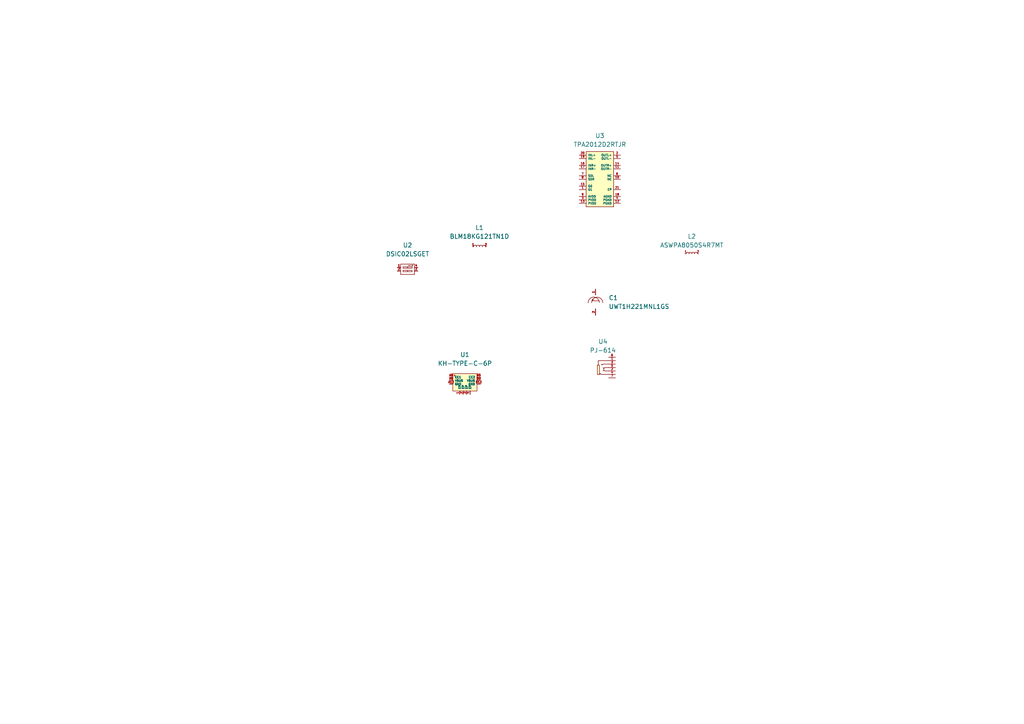
<source format=kicad_sch>
(kicad_sch (version 20211123) (generator eeschema)
  (paper "A4")
  (lib_symbols
    (symbol "seem:ASWPA8050S4R7MT" (pin_names hide)
      (property "Reference" "L" (at 0 1.27 0))
      (property "Value" "ASWPA8050S4R7MT" (at 0 -2.54 0))
      (symbol "ASWPA8050S4R7MT_0_0"
        (arc (start -0.8045 -4.9453) (mid -1.2479 -4.5941) (end -1.5992 -5.0375))
        (arc (start -0.0062 -4.9407) (mid -0.4499 -4.5898) (end -0.8008 -5.0334))
        (arc (start 0.8038 -4.9407) (mid 0.3601 -4.5898) (end 0.0092 -5.0334))
        (arc (start 1.5959 -4.9435) (mid 1.1635 -4.5968) (end 0.8166 -5.0292))
        (pin unspecified line (at -2 -5 0) (length 0.4) (name "1") (number "1"))
        (pin unspecified line (at 2 -5 180) (length 0.4) (name "2") (number "2"))
      )
    )
    (symbol "seem:BLM18KG121TN1D" (pin_names hide)
      (property "Reference" "L" (at 0 1.27 0))
      (property "Value" "BLM18KG121TN1D" (at 0 -2.54 0))
      (symbol "BLM18KG121TN1D_0_0"
        (arc (start -40.8927 25.0528) (mid -41.3363 25.4038) (end -41.6873 24.9602))
        (arc (start -40.0447 25.0534) (mid -40.4884 25.4043) (end -40.8393 24.9606))
        (arc (start -39.1977 25.0534) (mid -39.6414 25.4043) (end -39.9923 24.9606))
        (arc (start -38.3342 25.0528) (mid -38.7778 25.4038) (end -39.1288 24.9602))
        (pin unspecified line (at -42 25 0) (length 0.3) (name "1") (number "1"))
        (pin unspecified line (at -38 25 180) (length 0.3) (name "2") (number "2"))
      )
    )
    (symbol "seem:DSIC02LSGET" (pin_names hide)
      (property "Reference" "U" (at 0 1.27 0))
      (property "Value" "DSIC02LSGET" (at 0 -2.54 0))
      (symbol "DSIC02LSGET_0_0"
        (polyline (pts (xy -40 22) (xy -40 25)))
        (polyline (pts (xy -40 25) (xy -36 25)))
        (polyline (pts (xy -39.3 22.8) (xy -39.3 23.2)))
        (polyline (pts (xy -39.3 23.2) (xy -36.7 23.2)))
        (polyline (pts (xy -39.3 23.8) (xy -39.3 24.2)))
        (polyline (pts (xy -39.3 24.2) (xy -36.7 24.2)))
        (polyline (pts (xy -38 23.2) (xy -38 22.8)))
        (polyline (pts (xy -38 24.2) (xy -38 23.8)))
        (polyline (pts (xy -37.7 24.6) (xy -36.5 24.6)))
        (polyline (pts (xy -37.6 24.5) (xy -37.7 24.6)))
        (polyline (pts (xy -36.7 22.8) (xy -39.3 22.8)))
        (polyline (pts (xy -36.7 23.2) (xy -36.7 22.8)))
        (polyline (pts (xy -36.7 23.8) (xy -39.3 23.8)))
        (polyline (pts (xy -36.7 24.2) (xy -36.7 23.8)))
        (polyline (pts (xy -36.5 24.8) (xy -36.5 24.4)))
        (polyline (pts (xy -36 22) (xy -40 22)))
        (polyline (pts (xy -36 25) (xy -36 22)))
        (pin input line (at -41 24 0) (length 1) (name "A1") (number "1"))
        (pin input line (at -41 23 0) (length 1) (name "A2") (number "2"))
        (pin input line (at -35 23 180) (length 1) (name "B2") (number "3"))
        (pin input line (at -35 24 180) (length 1) (name "B1") (number "4"))
      )
    )
    (symbol "seem:KH-TYPE-C-6P"
      (property "Reference" "U" (at 0 1.27 0))
      (property "Value" "KH-TYPE-C-6P" (at 0 -2.54 0))
      (symbol "KH-TYPE-C-6P_0_0"
        (rectangle (start -2 -3) (end 5 -8) (fill (type background)))
        (circle (center -1.5 -3.5) (radius 0.15) (fill (type background)))
        (pin unspecified line (at 0 -9 90) (length 1) (name "EP") (number "1"))
        (pin unspecified line (at 1 -9 90) (length 1) (name "EP") (number "2"))
        (pin unspecified line (at 2 -9 90) (length 1) (name "EP") (number "3"))
        (pin unspecified line (at 3 -9 90) (length 1) (name "EP") (number "4"))
        (pin unspecified line (at -3 -6 0) (length 1) (name "GND") (number "A12"))
        (pin unspecified line (at -3 -4 0) (length 1) (name "CC1") (number "A5"))
        (pin unspecified line (at -3 -5 0) (length 1) (name "VBUS") (number "A9"))
        (pin unspecified line (at 6 -6 180) (length 1) (name "GND") (number "B12"))
        (pin unspecified line (at 6 -4 180) (length 1) (name "CC2") (number "B5"))
        (pin unspecified line (at 6 -5 180) (length 1) (name "VBUS") (number "B9"))
      )
    )
    (symbol "seem:PJ-614" (pin_names hide)
      (property "Reference" "U" (at 0 1.27 0))
      (property "Value" "PJ-614" (at 0 -2.54 0))
      (symbol "PJ-614_0_0"
        (rectangle (start -3.3 -4.3) (end -2.7 -7) (fill (type background)))
        (polyline (pts (xy 0 -3) (xy -3 -3) (xy -3 -4.3)))
        (polyline (pts (xy 0 -7) (xy -2.2 -7) (xy -2.4 -6.7) (xy -2.6 -7)))
        (polyline (pts (xy 0 -6) (xy -1.2 -6) (xy -1.4 -5.6) (xy -1.6 -6)))
        (polyline (pts (xy 0 -5) (xy -1.2 -5) (xy -1.4 -5.4) (xy -1.6 -5)))
        (polyline (pts (xy 0 -4) (xy -1.7 -4) (xy -1.9 -4.3) (xy -2.1 -4)))
        (pin unspecified line (at 2 -3 180) (length 2) (name "1") (number "1"))
        (pin unspecified line (at 2 -6 180) (length 2) (name "2") (number "2"))
        (pin unspecified line (at 2 -4 180) (length 2) (name "3") (number "3"))
        (pin unspecified line (at 2 -7 180) (length 2) (name "4") (number "4"))
        (pin unspecified line (at 2 -5 180) (length 2) (name "5") (number "5"))
        (pin unspecified line (at 2 -2 180) (length 2) (name "6") (number "6"))
        (pin unspecified line (at 2 -8 180) (length 2) (name "7") (number "7"))
      )
    )
    (symbol "seem:TPA2012D2RTJR"
      (property "Reference" "U" (at 0 1.27 0))
      (property "Value" "TPA2012D2RTJR" (at 0 -2.54 0))
      (symbol "TPA2012D2RTJR_0_0"
        (rectangle (start -4 3) (end 4 -13) (fill (type background)))
        (pin unspecified line (at -6 -8 0) (length 2) (name "G1") (number "1"))
        (pin unspecified line (at 6 -5 180) (length 2) (name "NC") (number "10"))
        (pin output line (at 6 -2 180) (length 2) (name "OUTR-") (number "11"))
        (pin power_in line (at 6 -12 180) (length 2) (name "PGND") (number "12"))
        (pin power_in line (at -6 -12 0) (length 2) (name "PVDD") (number "13"))
        (pin output line (at 6 -1 180) (length 2) (name "OUTR+") (number "14"))
        (pin unspecified line (at -6 -7 0) (length 2) (name "G0") (number "15"))
        (pin unspecified line (at -6 -1 0) (length 2) (name "INR+") (number "16"))
        (pin unspecified line (at -6 -2 0) (length 2) (name "INR-") (number "17"))
        (pin power_in line (at 6 -10 180) (length 2) (name "AGND") (number "18"))
        (pin unspecified line (at -6 1 0) (length 2) (name "INL-") (number "19"))
        (pin output line (at 6 2 180) (length 2) (name "OUTL+") (number "2"))
        (pin unspecified line (at -6 2 0) (length 2) (name "INL+") (number "20"))
        (pin power_in line (at 6 -8 180) (length 2) (name "EP") (number "21"))
        (pin power_in line (at -6 -11 0) (length 2) (name "PVDD") (number "3"))
        (pin power_in line (at 6 -11 180) (length 2) (name "PGND") (number "4"))
        (pin output line (at 6 1 180) (length 2) (name "OUTL-") (number "5"))
        (pin unspecified line (at 6 -4 180) (length 2) (name "NC") (number "6"))
        (pin unspecified line (at -6 -4 0) (length 2) (name "SDL") (number "7"))
        (pin unspecified line (at -6 -5 0) (length 2) (name "SDR") (number "8"))
        (pin power_in line (at -6 -10 0) (length 2) (name "AVDD") (number "9"))
      )
    )
    (symbol "seem:UWT1H221MNL1GS" (pin_names hide)
      (property "Reference" "C" (at 0 1.27 0))
      (property "Value" "UWT1H221MNL1GS" (at 0 -2.54 0))
      (symbol "UWT1H221MNL1GS_0_0"
        (rectangle (start -1 -4.4) (end -0.6 -4.41) (fill (type background)))
        (rectangle (start -0.8 -4.2) (end -0.79 -4.6) (fill (type background)))
        (polyline (pts (xy -1 -4.7) (xy 1 -4.7)))
        (arc (start 1.1281 -5.1902) (mid -0.5598 -3.6219) (end -2.1281 -5.3098))
        (arc (start 2.1084 -5.2458) (mid 0.4958 -3.6416) (end -1.1084 -5.2542))
        (pin unspecified line (at 0 -3 90) (length 1.7) (name "1") (number "1"))
        (pin unspecified line (at 0 -7 270) (length 1.9) (name "2") (number "2"))
      )
    )
  )
  (symbol (lib_id "seem:BLM18KG121TN1D") (at 179.07 96.52 0) (unit 1)
    (property "Reference" "L1" (at 139.07 66.04 0))
    (property "Value" "BLM18KG121TN1D" (at 139.07 68.58 0))
    (property "Footprint" "import:C85831" (effects hide))
    (property "Datasheet" "https://datasheet.lcsc.com/lcsc/1810311114_Murata-Electronics-BLM18KG121TN1D_C85831.pdf" (effects hide))
  )
  (symbol (lib_id "seem:UWT1H221MNL1GS") (at 172.72 82.55 0) (unit 1)
    (property "Reference" "C1" (at 176.53 86.3799 0) (effects (justify left)))
    (property "Value" "UWT1H221MNL1GS" (at 176.53 88.9199 0) (effects (justify left)))
    (property "Footprint" "import:C125977" (effects hide))
    (property "Datasheet" "https://datasheet.lcsc.com/lcsc/1808281645_Nichicon-UWT1H221MNL1GS_C125977.pdf" (effects hide))
  )
  (symbol (lib_id "seem:TPA2012D2RTJR") (at 173.99 46.99 0) (unit 1)
    (property "Reference" "U3" (at 173.99 39.37 0))
    (property "Value" "TPA2012D2RTJR" (at 173.99 41.91 0))
    (property "Footprint" "import:C7717" (effects hide))
    (property "Datasheet" "http://www.ti.com/cn/lit/gpn/tpa2012d2" (effects hide))
  )
  (symbol (lib_id "seem:PJ-614") (at 176.53 101.6 0) (unit 1)
    (property "Reference" "U4" (at 174.88 99.06 0))
    (property "Value" "PJ-614" (at 174.88 101.6 0))
    (property "Footprint" "import:C145801" (effects hide))
    (property "Datasheet" "https://datasheet.lcsc.com/lcsc/2108131730_Korean-Hroparts-Elec-PJ-614_C145801.pdf" (effects hide))
  )
  (symbol (lib_id "seem:DSIC02LSGET") (at 156.21 101.6 0) (unit 1)
    (property "Reference" "U2" (at 118.21 71.12 0))
    (property "Value" "DSIC02LSGET" (at 118.21 73.66 0))
    (property "Footprint" "import:C54949" (effects hide))
    (property "Datasheet" "https://datasheet.lcsc.com/lcsc/1810191340_Dongguan-Guangzhu-Industrial-DSIC02LSGET_C54949.pdf" (effects hide))
  )
  (symbol (lib_id "seem:KH-TYPE-C-6P") (at 133.35 105.41 0) (unit 1)
    (property "Reference" "U1" (at 134.85 102.87 0))
    (property "Value" "KH-TYPE-C-6P" (at 134.85 105.41 0))
    (property "Footprint" "import:C709355" (effects hide))
    (property "Datasheet" "https://datasheet.lcsc.com/lcsc/2007221809_Shenzhen-Kinghelm-Elec-KH-TYPE-C-6P_C709355.pdf" (effects hide))
  )
  (symbol (lib_id "seem:ASWPA8050S4R7MT") (at 200.66 68.58 0) (unit 1)
    (property "Reference" "L2" (at 200.6591 68.58 0))
    (property "Value" "ASWPA8050S4R7MT" (at 200.6591 71.12 0))
    (property "Footprint" "import:C340238" (effects hide))
    (property "Datasheet" "https://datasheet.lcsc.com/lcsc/2108301630_Sunlord-ASWPA8050S4R7MT_C340238.pdf" (effects hide))
  )
)
</source>
